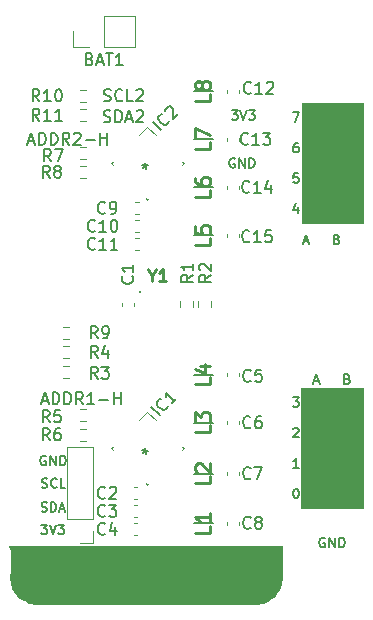
<source format=gbr>
%TF.GenerationSoftware,KiCad,Pcbnew,(6.0.2-0)*%
%TF.CreationDate,2022-06-23T22:24:51+02:00*%
%TF.ProjectId,CapSenseDuo,43617053-656e-4736-9544-756f2e6b6963,rev?*%
%TF.SameCoordinates,Original*%
%TF.FileFunction,Legend,Top*%
%TF.FilePolarity,Positive*%
%FSLAX46Y46*%
G04 Gerber Fmt 4.6, Leading zero omitted, Abs format (unit mm)*
G04 Created by KiCad (PCBNEW (6.0.2-0)) date 2022-06-23 22:24:51*
%MOMM*%
%LPD*%
G01*
G04 APERTURE LIST*
%ADD10C,0.120000*%
%ADD11C,2.365359*%
%ADD12C,0.100000*%
%ADD13C,0.150000*%
%ADD14C,0.250000*%
%ADD15C,0.254000*%
%ADD16C,0.200000*%
G04 APERTURE END LIST*
D10*
X124779000Y-142865000D02*
X130048000Y-142865000D01*
X130048000Y-142865000D02*
X130048000Y-132715000D01*
X130048000Y-132715000D02*
X124779000Y-132715000D01*
X124779000Y-132715000D02*
X124779000Y-142865000D01*
G36*
X124779000Y-142865000D02*
G01*
X130048000Y-142865000D01*
X130048000Y-132715000D01*
X124779000Y-132715000D01*
X124779000Y-142865000D01*
G37*
D11*
X103652320Y-148717000D02*
G75*
G03*
X103652320Y-148717000I-1182679J0D01*
G01*
D12*
X100076000Y-146050000D02*
X123190000Y-146050000D01*
X123190000Y-146050000D02*
X120904000Y-151003000D01*
X120904000Y-151003000D02*
X102489000Y-151003000D01*
X102489000Y-151003000D02*
X100076000Y-146050000D01*
G36*
X120904000Y-151003000D02*
G01*
X102489000Y-151003000D01*
X100076000Y-146050000D01*
X123190000Y-146050000D01*
X120904000Y-151003000D01*
G37*
X120904000Y-151003000D02*
X102489000Y-151003000D01*
X100076000Y-146050000D01*
X123190000Y-146050000D01*
X120904000Y-151003000D01*
D10*
X124841000Y-118745000D02*
X130048000Y-118745000D01*
X130048000Y-118745000D02*
X130048000Y-108585000D01*
X130048000Y-108585000D02*
X124841000Y-108585000D01*
X124841000Y-108585000D02*
X124841000Y-118745000D01*
G36*
X124841000Y-118745000D02*
G01*
X130048000Y-118745000D01*
X130048000Y-108585000D01*
X124841000Y-108585000D01*
X124841000Y-118745000D01*
G37*
X123190000Y-146050000D02*
X100164282Y-146050000D01*
X100164282Y-146050000D02*
X100164282Y-148717000D01*
X100164282Y-148717000D02*
X123190000Y-148717000D01*
X123190000Y-148717000D02*
X123190000Y-146050000D01*
G36*
X123190000Y-146050000D02*
G01*
X100164282Y-146050000D01*
X100164282Y-148717000D01*
X123190000Y-148717000D01*
X123190000Y-146050000D01*
G37*
D11*
X122067320Y-148717000D02*
G75*
G03*
X122067320Y-148717000I-1182679J0D01*
G01*
D13*
X102806619Y-141087809D02*
X102920904Y-141125904D01*
X103111380Y-141125904D01*
X103187571Y-141087809D01*
X103225666Y-141049714D01*
X103263761Y-140973523D01*
X103263761Y-140897333D01*
X103225666Y-140821142D01*
X103187571Y-140783047D01*
X103111380Y-140744952D01*
X102959000Y-140706857D01*
X102882809Y-140668761D01*
X102844714Y-140630666D01*
X102806619Y-140554476D01*
X102806619Y-140478285D01*
X102844714Y-140402095D01*
X102882809Y-140364000D01*
X102959000Y-140325904D01*
X103149476Y-140325904D01*
X103263761Y-140364000D01*
X104063761Y-141049714D02*
X104025666Y-141087809D01*
X103911380Y-141125904D01*
X103835190Y-141125904D01*
X103720904Y-141087809D01*
X103644714Y-141011619D01*
X103606619Y-140935428D01*
X103568523Y-140783047D01*
X103568523Y-140668761D01*
X103606619Y-140516380D01*
X103644714Y-140440190D01*
X103720904Y-140364000D01*
X103835190Y-140325904D01*
X103911380Y-140325904D01*
X104025666Y-140364000D01*
X104063761Y-140402095D01*
X104787571Y-141125904D02*
X104406619Y-141125904D01*
X104406619Y-140325904D01*
X102814857Y-133770666D02*
X103291047Y-133770666D01*
X102719619Y-134056380D02*
X103052952Y-133056380D01*
X103386285Y-134056380D01*
X103719619Y-134056380D02*
X103719619Y-133056380D01*
X103957714Y-133056380D01*
X104100571Y-133104000D01*
X104195809Y-133199238D01*
X104243428Y-133294476D01*
X104291047Y-133484952D01*
X104291047Y-133627809D01*
X104243428Y-133818285D01*
X104195809Y-133913523D01*
X104100571Y-134008761D01*
X103957714Y-134056380D01*
X103719619Y-134056380D01*
X104719619Y-134056380D02*
X104719619Y-133056380D01*
X104957714Y-133056380D01*
X105100571Y-133104000D01*
X105195809Y-133199238D01*
X105243428Y-133294476D01*
X105291047Y-133484952D01*
X105291047Y-133627809D01*
X105243428Y-133818285D01*
X105195809Y-133913523D01*
X105100571Y-134008761D01*
X104957714Y-134056380D01*
X104719619Y-134056380D01*
X106291047Y-134056380D02*
X105957714Y-133580190D01*
X105719619Y-134056380D02*
X105719619Y-133056380D01*
X106100571Y-133056380D01*
X106195809Y-133104000D01*
X106243428Y-133151619D01*
X106291047Y-133246857D01*
X106291047Y-133389714D01*
X106243428Y-133484952D01*
X106195809Y-133532571D01*
X106100571Y-133580190D01*
X105719619Y-133580190D01*
X107243428Y-134056380D02*
X106672000Y-134056380D01*
X106957714Y-134056380D02*
X106957714Y-133056380D01*
X106862476Y-133199238D01*
X106767238Y-133294476D01*
X106672000Y-133342095D01*
X107672000Y-133675428D02*
X108433904Y-133675428D01*
X108910095Y-134056380D02*
X108910095Y-133056380D01*
X108910095Y-133532571D02*
X109481523Y-133532571D01*
X109481523Y-134056380D02*
X109481523Y-133056380D01*
X108037523Y-110132761D02*
X108180380Y-110180380D01*
X108418476Y-110180380D01*
X108513714Y-110132761D01*
X108561333Y-110085142D01*
X108608952Y-109989904D01*
X108608952Y-109894666D01*
X108561333Y-109799428D01*
X108513714Y-109751809D01*
X108418476Y-109704190D01*
X108228000Y-109656571D01*
X108132761Y-109608952D01*
X108085142Y-109561333D01*
X108037523Y-109466095D01*
X108037523Y-109370857D01*
X108085142Y-109275619D01*
X108132761Y-109228000D01*
X108228000Y-109180380D01*
X108466095Y-109180380D01*
X108608952Y-109228000D01*
X109037523Y-110180380D02*
X109037523Y-109180380D01*
X109275619Y-109180380D01*
X109418476Y-109228000D01*
X109513714Y-109323238D01*
X109561333Y-109418476D01*
X109608952Y-109608952D01*
X109608952Y-109751809D01*
X109561333Y-109942285D01*
X109513714Y-110037523D01*
X109418476Y-110132761D01*
X109275619Y-110180380D01*
X109037523Y-110180380D01*
X109989904Y-109894666D02*
X110466095Y-109894666D01*
X109894666Y-110180380D02*
X110228000Y-109180380D01*
X110561333Y-110180380D01*
X110847047Y-109275619D02*
X110894666Y-109228000D01*
X110989904Y-109180380D01*
X111228000Y-109180380D01*
X111323238Y-109228000D01*
X111370857Y-109275619D01*
X111418476Y-109370857D01*
X111418476Y-109466095D01*
X111370857Y-109608952D01*
X110799428Y-110180380D01*
X111418476Y-110180380D01*
X108061333Y-108354761D02*
X108204190Y-108402380D01*
X108442285Y-108402380D01*
X108537523Y-108354761D01*
X108585142Y-108307142D01*
X108632761Y-108211904D01*
X108632761Y-108116666D01*
X108585142Y-108021428D01*
X108537523Y-107973809D01*
X108442285Y-107926190D01*
X108251809Y-107878571D01*
X108156571Y-107830952D01*
X108108952Y-107783333D01*
X108061333Y-107688095D01*
X108061333Y-107592857D01*
X108108952Y-107497619D01*
X108156571Y-107450000D01*
X108251809Y-107402380D01*
X108489904Y-107402380D01*
X108632761Y-107450000D01*
X109632761Y-108307142D02*
X109585142Y-108354761D01*
X109442285Y-108402380D01*
X109347047Y-108402380D01*
X109204190Y-108354761D01*
X109108952Y-108259523D01*
X109061333Y-108164285D01*
X109013714Y-107973809D01*
X109013714Y-107830952D01*
X109061333Y-107640476D01*
X109108952Y-107545238D01*
X109204190Y-107450000D01*
X109347047Y-107402380D01*
X109442285Y-107402380D01*
X109585142Y-107450000D01*
X109632761Y-107497619D01*
X110537523Y-108402380D02*
X110061333Y-108402380D01*
X110061333Y-107402380D01*
X110823238Y-107497619D02*
X110870857Y-107450000D01*
X110966095Y-107402380D01*
X111204190Y-107402380D01*
X111299428Y-107450000D01*
X111347047Y-107497619D01*
X111394666Y-107592857D01*
X111394666Y-107688095D01*
X111347047Y-107830952D01*
X110775619Y-108402380D01*
X111394666Y-108402380D01*
X124066333Y-109362904D02*
X124599666Y-109362904D01*
X124256809Y-110162904D01*
X124485380Y-111938904D02*
X124333000Y-111938904D01*
X124256809Y-111977000D01*
X124218714Y-112015095D01*
X124142523Y-112129380D01*
X124104428Y-112281761D01*
X124104428Y-112586523D01*
X124142523Y-112662714D01*
X124180619Y-112700809D01*
X124256809Y-112738904D01*
X124409190Y-112738904D01*
X124485380Y-112700809D01*
X124523476Y-112662714D01*
X124561571Y-112586523D01*
X124561571Y-112396047D01*
X124523476Y-112319857D01*
X124485380Y-112281761D01*
X124409190Y-112243666D01*
X124256809Y-112243666D01*
X124180619Y-112281761D01*
X124142523Y-112319857D01*
X124104428Y-112396047D01*
X124523476Y-114514904D02*
X124142523Y-114514904D01*
X124104428Y-114895857D01*
X124142523Y-114857761D01*
X124218714Y-114819666D01*
X124409190Y-114819666D01*
X124485380Y-114857761D01*
X124523476Y-114895857D01*
X124561571Y-114972047D01*
X124561571Y-115162523D01*
X124523476Y-115238714D01*
X124485380Y-115276809D01*
X124409190Y-115314904D01*
X124218714Y-115314904D01*
X124142523Y-115276809D01*
X124104428Y-115238714D01*
X124485380Y-117357571D02*
X124485380Y-117890904D01*
X124294904Y-117052809D02*
X124104428Y-117624238D01*
X124599666Y-117624238D01*
X125876238Y-132086333D02*
X126257190Y-132086333D01*
X125800047Y-132314904D02*
X126066714Y-131514904D01*
X126333380Y-132314904D01*
X128695285Y-131895857D02*
X128809571Y-131933952D01*
X128847666Y-131972047D01*
X128885761Y-132048238D01*
X128885761Y-132162523D01*
X128847666Y-132238714D01*
X128809571Y-132276809D01*
X128733380Y-132314904D01*
X128428619Y-132314904D01*
X128428619Y-131514904D01*
X128695285Y-131514904D01*
X128771476Y-131553000D01*
X128809571Y-131591095D01*
X128847666Y-131667285D01*
X128847666Y-131743476D01*
X128809571Y-131819666D01*
X128771476Y-131857761D01*
X128695285Y-131895857D01*
X128428619Y-131895857D01*
X124066333Y-133492904D02*
X124561571Y-133492904D01*
X124294904Y-133797666D01*
X124409190Y-133797666D01*
X124485380Y-133835761D01*
X124523476Y-133873857D01*
X124561571Y-133950047D01*
X124561571Y-134140523D01*
X124523476Y-134216714D01*
X124485380Y-134254809D01*
X124409190Y-134292904D01*
X124180619Y-134292904D01*
X124104428Y-134254809D01*
X124066333Y-134216714D01*
X124104428Y-136145095D02*
X124142523Y-136107000D01*
X124218714Y-136068904D01*
X124409190Y-136068904D01*
X124485380Y-136107000D01*
X124523476Y-136145095D01*
X124561571Y-136221285D01*
X124561571Y-136297476D01*
X124523476Y-136411761D01*
X124066333Y-136868904D01*
X124561571Y-136868904D01*
X124561571Y-139444904D02*
X124104428Y-139444904D01*
X124333000Y-139444904D02*
X124333000Y-138644904D01*
X124256809Y-138759190D01*
X124180619Y-138835380D01*
X124104428Y-138873476D01*
X124294904Y-141220904D02*
X124371095Y-141220904D01*
X124447285Y-141259000D01*
X124485380Y-141297095D01*
X124523476Y-141373285D01*
X124561571Y-141525666D01*
X124561571Y-141716142D01*
X124523476Y-141868523D01*
X124485380Y-141944714D01*
X124447285Y-141982809D01*
X124371095Y-142020904D01*
X124294904Y-142020904D01*
X124218714Y-141982809D01*
X124180619Y-141944714D01*
X124142523Y-141868523D01*
X124104428Y-141716142D01*
X124104428Y-141525666D01*
X124142523Y-141373285D01*
X124180619Y-141297095D01*
X124218714Y-141259000D01*
X124294904Y-141220904D01*
X119151476Y-113265000D02*
X119075285Y-113226904D01*
X118961000Y-113226904D01*
X118846714Y-113265000D01*
X118770523Y-113341190D01*
X118732428Y-113417380D01*
X118694333Y-113569761D01*
X118694333Y-113684047D01*
X118732428Y-113836428D01*
X118770523Y-113912619D01*
X118846714Y-113988809D01*
X118961000Y-114026904D01*
X119037190Y-114026904D01*
X119151476Y-113988809D01*
X119189571Y-113950714D01*
X119189571Y-113684047D01*
X119037190Y-113684047D01*
X119532428Y-114026904D02*
X119532428Y-113226904D01*
X119989571Y-114026904D01*
X119989571Y-113226904D01*
X120370523Y-114026904D02*
X120370523Y-113226904D01*
X120561000Y-113226904D01*
X120675285Y-113265000D01*
X120751476Y-113341190D01*
X120789571Y-113417380D01*
X120827666Y-113569761D01*
X120827666Y-113684047D01*
X120789571Y-113836428D01*
X120751476Y-113912619D01*
X120675285Y-113988809D01*
X120561000Y-114026904D01*
X120370523Y-114026904D01*
X101671857Y-111799666D02*
X102148047Y-111799666D01*
X101576619Y-112085380D02*
X101909952Y-111085380D01*
X102243285Y-112085380D01*
X102576619Y-112085380D02*
X102576619Y-111085380D01*
X102814714Y-111085380D01*
X102957571Y-111133000D01*
X103052809Y-111228238D01*
X103100428Y-111323476D01*
X103148047Y-111513952D01*
X103148047Y-111656809D01*
X103100428Y-111847285D01*
X103052809Y-111942523D01*
X102957571Y-112037761D01*
X102814714Y-112085380D01*
X102576619Y-112085380D01*
X103576619Y-112085380D02*
X103576619Y-111085380D01*
X103814714Y-111085380D01*
X103957571Y-111133000D01*
X104052809Y-111228238D01*
X104100428Y-111323476D01*
X104148047Y-111513952D01*
X104148047Y-111656809D01*
X104100428Y-111847285D01*
X104052809Y-111942523D01*
X103957571Y-112037761D01*
X103814714Y-112085380D01*
X103576619Y-112085380D01*
X105148047Y-112085380D02*
X104814714Y-111609190D01*
X104576619Y-112085380D02*
X104576619Y-111085380D01*
X104957571Y-111085380D01*
X105052809Y-111133000D01*
X105100428Y-111180619D01*
X105148047Y-111275857D01*
X105148047Y-111418714D01*
X105100428Y-111513952D01*
X105052809Y-111561571D01*
X104957571Y-111609190D01*
X104576619Y-111609190D01*
X105529000Y-111180619D02*
X105576619Y-111133000D01*
X105671857Y-111085380D01*
X105909952Y-111085380D01*
X106005190Y-111133000D01*
X106052809Y-111180619D01*
X106100428Y-111275857D01*
X106100428Y-111371095D01*
X106052809Y-111513952D01*
X105481380Y-112085380D01*
X106100428Y-112085380D01*
X106529000Y-111704428D02*
X107290904Y-111704428D01*
X107767095Y-112085380D02*
X107767095Y-111085380D01*
X107767095Y-111561571D02*
X108338523Y-111561571D01*
X108338523Y-112085380D02*
X108338523Y-111085380D01*
X103149476Y-138459000D02*
X103073285Y-138420904D01*
X102959000Y-138420904D01*
X102844714Y-138459000D01*
X102768523Y-138535190D01*
X102730428Y-138611380D01*
X102692333Y-138763761D01*
X102692333Y-138878047D01*
X102730428Y-139030428D01*
X102768523Y-139106619D01*
X102844714Y-139182809D01*
X102959000Y-139220904D01*
X103035190Y-139220904D01*
X103149476Y-139182809D01*
X103187571Y-139144714D01*
X103187571Y-138878047D01*
X103035190Y-138878047D01*
X103530428Y-139220904D02*
X103530428Y-138420904D01*
X103987571Y-139220904D01*
X103987571Y-138420904D01*
X104368523Y-139220904D02*
X104368523Y-138420904D01*
X104559000Y-138420904D01*
X104673285Y-138459000D01*
X104749476Y-138535190D01*
X104787571Y-138611380D01*
X104825666Y-138763761D01*
X104825666Y-138878047D01*
X104787571Y-139030428D01*
X104749476Y-139106619D01*
X104673285Y-139182809D01*
X104559000Y-139220904D01*
X104368523Y-139220904D01*
X118897523Y-109162904D02*
X119392761Y-109162904D01*
X119126095Y-109467666D01*
X119240380Y-109467666D01*
X119316571Y-109505761D01*
X119354666Y-109543857D01*
X119392761Y-109620047D01*
X119392761Y-109810523D01*
X119354666Y-109886714D01*
X119316571Y-109924809D01*
X119240380Y-109962904D01*
X119011809Y-109962904D01*
X118935619Y-109924809D01*
X118897523Y-109886714D01*
X119621333Y-109162904D02*
X119888000Y-109962904D01*
X120154666Y-109162904D01*
X120345142Y-109162904D02*
X120840380Y-109162904D01*
X120573714Y-109467666D01*
X120688000Y-109467666D01*
X120764190Y-109505761D01*
X120802285Y-109543857D01*
X120840380Y-109620047D01*
X120840380Y-109810523D01*
X120802285Y-109886714D01*
X120764190Y-109924809D01*
X120688000Y-109962904D01*
X120459428Y-109962904D01*
X120383238Y-109924809D01*
X120345142Y-109886714D01*
X102768523Y-144262904D02*
X103263761Y-144262904D01*
X102997095Y-144567666D01*
X103111380Y-144567666D01*
X103187571Y-144605761D01*
X103225666Y-144643857D01*
X103263761Y-144720047D01*
X103263761Y-144910523D01*
X103225666Y-144986714D01*
X103187571Y-145024809D01*
X103111380Y-145062904D01*
X102882809Y-145062904D01*
X102806619Y-145024809D01*
X102768523Y-144986714D01*
X103492333Y-144262904D02*
X103759000Y-145062904D01*
X104025666Y-144262904D01*
X104216142Y-144262904D02*
X104711380Y-144262904D01*
X104444714Y-144567666D01*
X104559000Y-144567666D01*
X104635190Y-144605761D01*
X104673285Y-144643857D01*
X104711380Y-144720047D01*
X104711380Y-144910523D01*
X104673285Y-144986714D01*
X104635190Y-145024809D01*
X104559000Y-145062904D01*
X104330428Y-145062904D01*
X104254238Y-145024809D01*
X104216142Y-144986714D01*
X102787571Y-143119809D02*
X102901857Y-143157904D01*
X103092333Y-143157904D01*
X103168523Y-143119809D01*
X103206619Y-143081714D01*
X103244714Y-143005523D01*
X103244714Y-142929333D01*
X103206619Y-142853142D01*
X103168523Y-142815047D01*
X103092333Y-142776952D01*
X102939952Y-142738857D01*
X102863761Y-142700761D01*
X102825666Y-142662666D01*
X102787571Y-142586476D01*
X102787571Y-142510285D01*
X102825666Y-142434095D01*
X102863761Y-142396000D01*
X102939952Y-142357904D01*
X103130428Y-142357904D01*
X103244714Y-142396000D01*
X103587571Y-143157904D02*
X103587571Y-142357904D01*
X103778047Y-142357904D01*
X103892333Y-142396000D01*
X103968523Y-142472190D01*
X104006619Y-142548380D01*
X104044714Y-142700761D01*
X104044714Y-142815047D01*
X104006619Y-142967428D01*
X103968523Y-143043619D01*
X103892333Y-143119809D01*
X103778047Y-143157904D01*
X103587571Y-143157904D01*
X104349476Y-142929333D02*
X104730428Y-142929333D01*
X104273285Y-143157904D02*
X104539952Y-142357904D01*
X104806619Y-143157904D01*
X124987238Y-120275333D02*
X125368190Y-120275333D01*
X124911047Y-120503904D02*
X125177714Y-119703904D01*
X125444380Y-120503904D01*
X127806285Y-120084857D02*
X127920571Y-120122952D01*
X127958666Y-120161047D01*
X127996761Y-120237238D01*
X127996761Y-120351523D01*
X127958666Y-120427714D01*
X127920571Y-120465809D01*
X127844380Y-120503904D01*
X127539619Y-120503904D01*
X127539619Y-119703904D01*
X127806285Y-119703904D01*
X127882476Y-119742000D01*
X127920571Y-119780095D01*
X127958666Y-119856285D01*
X127958666Y-119932476D01*
X127920571Y-120008666D01*
X127882476Y-120046761D01*
X127806285Y-120084857D01*
X127539619Y-120084857D01*
X126771476Y-145396000D02*
X126695285Y-145357904D01*
X126581000Y-145357904D01*
X126466714Y-145396000D01*
X126390523Y-145472190D01*
X126352428Y-145548380D01*
X126314333Y-145700761D01*
X126314333Y-145815047D01*
X126352428Y-145967428D01*
X126390523Y-146043619D01*
X126466714Y-146119809D01*
X126581000Y-146157904D01*
X126657190Y-146157904D01*
X126771476Y-146119809D01*
X126809571Y-146081714D01*
X126809571Y-145815047D01*
X126657190Y-145815047D01*
X127152428Y-146157904D02*
X127152428Y-145357904D01*
X127609571Y-146157904D01*
X127609571Y-145357904D01*
X127990523Y-146157904D02*
X127990523Y-145357904D01*
X128181000Y-145357904D01*
X128295285Y-145396000D01*
X128371476Y-145472190D01*
X128409571Y-145548380D01*
X128447666Y-145700761D01*
X128447666Y-145815047D01*
X128409571Y-145967428D01*
X128371476Y-146043619D01*
X128295285Y-146119809D01*
X128181000Y-146157904D01*
X127990523Y-146157904D01*
D14*
%TO.C,Y1*%
X112131309Y-123166190D02*
X112131309Y-123642380D01*
X111797976Y-122642380D02*
X112131309Y-123166190D01*
X112464642Y-122642380D01*
X113321785Y-123642380D02*
X112750357Y-123642380D01*
X113036071Y-123642380D02*
X113036071Y-122642380D01*
X112940833Y-122785238D01*
X112845595Y-122880476D01*
X112750357Y-122928095D01*
D13*
%TO.C,R5*%
X103465333Y-135580380D02*
X103132000Y-135104190D01*
X102893904Y-135580380D02*
X102893904Y-134580380D01*
X103274857Y-134580380D01*
X103370095Y-134628000D01*
X103417714Y-134675619D01*
X103465333Y-134770857D01*
X103465333Y-134913714D01*
X103417714Y-135008952D01*
X103370095Y-135056571D01*
X103274857Y-135104190D01*
X102893904Y-135104190D01*
X104370095Y-134580380D02*
X103893904Y-134580380D01*
X103846285Y-135056571D01*
X103893904Y-135008952D01*
X103989142Y-134961333D01*
X104227238Y-134961333D01*
X104322476Y-135008952D01*
X104370095Y-135056571D01*
X104417714Y-135151809D01*
X104417714Y-135389904D01*
X104370095Y-135485142D01*
X104322476Y-135532761D01*
X104227238Y-135580380D01*
X103989142Y-135580380D01*
X103893904Y-135532761D01*
X103846285Y-135485142D01*
%TO.C,R4*%
X107529333Y-130119380D02*
X107196000Y-129643190D01*
X106957904Y-130119380D02*
X106957904Y-129119380D01*
X107338857Y-129119380D01*
X107434095Y-129167000D01*
X107481714Y-129214619D01*
X107529333Y-129309857D01*
X107529333Y-129452714D01*
X107481714Y-129547952D01*
X107434095Y-129595571D01*
X107338857Y-129643190D01*
X106957904Y-129643190D01*
X108386476Y-129452714D02*
X108386476Y-130119380D01*
X108148380Y-129071761D02*
X107910285Y-129786047D01*
X108529333Y-129786047D01*
%TO.C,R3*%
X107529333Y-131897380D02*
X107196000Y-131421190D01*
X106957904Y-131897380D02*
X106957904Y-130897380D01*
X107338857Y-130897380D01*
X107434095Y-130945000D01*
X107481714Y-130992619D01*
X107529333Y-131087857D01*
X107529333Y-131230714D01*
X107481714Y-131325952D01*
X107434095Y-131373571D01*
X107338857Y-131421190D01*
X106957904Y-131421190D01*
X107862666Y-130897380D02*
X108481714Y-130897380D01*
X108148380Y-131278333D01*
X108291238Y-131278333D01*
X108386476Y-131325952D01*
X108434095Y-131373571D01*
X108481714Y-131468809D01*
X108481714Y-131706904D01*
X108434095Y-131802142D01*
X108386476Y-131849761D01*
X108291238Y-131897380D01*
X108005523Y-131897380D01*
X107910285Y-131849761D01*
X107862666Y-131802142D01*
D15*
%TO.C,L1*%
X117074523Y-144356666D02*
X117074523Y-144961428D01*
X115804523Y-144961428D01*
X117074523Y-143268095D02*
X117074523Y-143993809D01*
X117074523Y-143630952D02*
X115804523Y-143630952D01*
X115985952Y-143751904D01*
X116106904Y-143872857D01*
X116167380Y-143993809D01*
%TO.C,L2*%
X117074523Y-140165666D02*
X117074523Y-140770428D01*
X115804523Y-140770428D01*
X115925476Y-139802809D02*
X115865000Y-139742333D01*
X115804523Y-139621380D01*
X115804523Y-139319000D01*
X115865000Y-139198047D01*
X115925476Y-139137571D01*
X116046428Y-139077095D01*
X116167380Y-139077095D01*
X116348809Y-139137571D01*
X117074523Y-139863285D01*
X117074523Y-139077095D01*
%TO.C,L3*%
X117074523Y-135834666D02*
X117074523Y-136439428D01*
X115804523Y-136439428D01*
X115804523Y-135532285D02*
X115804523Y-134746095D01*
X116288333Y-135169428D01*
X116288333Y-134988000D01*
X116348809Y-134867047D01*
X116409285Y-134806571D01*
X116530238Y-134746095D01*
X116832619Y-134746095D01*
X116953571Y-134806571D01*
X117014047Y-134867047D01*
X117074523Y-134988000D01*
X117074523Y-135350857D01*
X117014047Y-135471809D01*
X116953571Y-135532285D01*
%TO.C,L4*%
X117074523Y-131770666D02*
X117074523Y-132375428D01*
X115804523Y-132375428D01*
X116227857Y-130803047D02*
X117074523Y-130803047D01*
X115744047Y-131105428D02*
X116651190Y-131407809D01*
X116651190Y-130621619D01*
D13*
%TO.C,IC1*%
X112786610Y-134995152D02*
X112079503Y-134288045D01*
X113460045Y-134187030D02*
X113460045Y-134254374D01*
X113392702Y-134389061D01*
X113325358Y-134456404D01*
X113190671Y-134523748D01*
X113055984Y-134523748D01*
X112954969Y-134490076D01*
X112786610Y-134389061D01*
X112685595Y-134288045D01*
X112584580Y-134119687D01*
X112550908Y-134018671D01*
X112550908Y-133883984D01*
X112618251Y-133749297D01*
X112685595Y-133681954D01*
X112820282Y-133614610D01*
X112887625Y-133614610D01*
X114200824Y-133580938D02*
X113796763Y-133985000D01*
X113998793Y-133782969D02*
X113291687Y-133075862D01*
X113325358Y-133244221D01*
X113325358Y-133378908D01*
X113291687Y-133479923D01*
X111372774Y-138187391D02*
X111541133Y-138019032D01*
X111642148Y-138254734D02*
X111541133Y-138019032D01*
X111305431Y-137918017D01*
X111776835Y-137985360D02*
X111541133Y-138019032D01*
X111574805Y-137783330D01*
%TO.C,C8*%
X120484333Y-144502142D02*
X120436714Y-144549761D01*
X120293857Y-144597380D01*
X120198619Y-144597380D01*
X120055761Y-144549761D01*
X119960523Y-144454523D01*
X119912904Y-144359285D01*
X119865285Y-144168809D01*
X119865285Y-144025952D01*
X119912904Y-143835476D01*
X119960523Y-143740238D01*
X120055761Y-143645000D01*
X120198619Y-143597380D01*
X120293857Y-143597380D01*
X120436714Y-143645000D01*
X120484333Y-143692619D01*
X121055761Y-144025952D02*
X120960523Y-143978333D01*
X120912904Y-143930714D01*
X120865285Y-143835476D01*
X120865285Y-143787857D01*
X120912904Y-143692619D01*
X120960523Y-143645000D01*
X121055761Y-143597380D01*
X121246238Y-143597380D01*
X121341476Y-143645000D01*
X121389095Y-143692619D01*
X121436714Y-143787857D01*
X121436714Y-143835476D01*
X121389095Y-143930714D01*
X121341476Y-143978333D01*
X121246238Y-144025952D01*
X121055761Y-144025952D01*
X120960523Y-144073571D01*
X120912904Y-144121190D01*
X120865285Y-144216428D01*
X120865285Y-144406904D01*
X120912904Y-144502142D01*
X120960523Y-144549761D01*
X121055761Y-144597380D01*
X121246238Y-144597380D01*
X121341476Y-144549761D01*
X121389095Y-144502142D01*
X121436714Y-144406904D01*
X121436714Y-144216428D01*
X121389095Y-144121190D01*
X121341476Y-144073571D01*
X121246238Y-144025952D01*
%TO.C,C7*%
X120484333Y-140311142D02*
X120436714Y-140358761D01*
X120293857Y-140406380D01*
X120198619Y-140406380D01*
X120055761Y-140358761D01*
X119960523Y-140263523D01*
X119912904Y-140168285D01*
X119865285Y-139977809D01*
X119865285Y-139834952D01*
X119912904Y-139644476D01*
X119960523Y-139549238D01*
X120055761Y-139454000D01*
X120198619Y-139406380D01*
X120293857Y-139406380D01*
X120436714Y-139454000D01*
X120484333Y-139501619D01*
X120817666Y-139406380D02*
X121484333Y-139406380D01*
X121055761Y-140406380D01*
%TO.C,C6*%
X120480615Y-135993142D02*
X120432996Y-136040761D01*
X120290139Y-136088380D01*
X120194901Y-136088380D01*
X120052043Y-136040761D01*
X119956805Y-135945523D01*
X119909186Y-135850285D01*
X119861567Y-135659809D01*
X119861567Y-135516952D01*
X119909186Y-135326476D01*
X119956805Y-135231238D01*
X120052043Y-135136000D01*
X120194901Y-135088380D01*
X120290139Y-135088380D01*
X120432996Y-135136000D01*
X120480615Y-135183619D01*
X121337758Y-135088380D02*
X121147282Y-135088380D01*
X121052043Y-135136000D01*
X121004424Y-135183619D01*
X120909186Y-135326476D01*
X120861567Y-135516952D01*
X120861567Y-135897904D01*
X120909186Y-135993142D01*
X120956805Y-136040761D01*
X121052043Y-136088380D01*
X121242520Y-136088380D01*
X121337758Y-136040761D01*
X121385377Y-135993142D01*
X121432996Y-135897904D01*
X121432996Y-135659809D01*
X121385377Y-135564571D01*
X121337758Y-135516952D01*
X121242520Y-135469333D01*
X121052043Y-135469333D01*
X120956805Y-135516952D01*
X120909186Y-135564571D01*
X120861567Y-135659809D01*
%TO.C,C5*%
X120484333Y-132056142D02*
X120436714Y-132103761D01*
X120293857Y-132151380D01*
X120198619Y-132151380D01*
X120055761Y-132103761D01*
X119960523Y-132008523D01*
X119912904Y-131913285D01*
X119865285Y-131722809D01*
X119865285Y-131579952D01*
X119912904Y-131389476D01*
X119960523Y-131294238D01*
X120055761Y-131199000D01*
X120198619Y-131151380D01*
X120293857Y-131151380D01*
X120436714Y-131199000D01*
X120484333Y-131246619D01*
X121389095Y-131151380D02*
X120912904Y-131151380D01*
X120865285Y-131627571D01*
X120912904Y-131579952D01*
X121008142Y-131532333D01*
X121246238Y-131532333D01*
X121341476Y-131579952D01*
X121389095Y-131627571D01*
X121436714Y-131722809D01*
X121436714Y-131960904D01*
X121389095Y-132056142D01*
X121341476Y-132103761D01*
X121246238Y-132151380D01*
X121008142Y-132151380D01*
X120912904Y-132103761D01*
X120865285Y-132056142D01*
%TO.C,C4*%
X108164333Y-145010142D02*
X108116714Y-145057761D01*
X107973857Y-145105380D01*
X107878619Y-145105380D01*
X107735761Y-145057761D01*
X107640523Y-144962523D01*
X107592904Y-144867285D01*
X107545285Y-144676809D01*
X107545285Y-144533952D01*
X107592904Y-144343476D01*
X107640523Y-144248238D01*
X107735761Y-144153000D01*
X107878619Y-144105380D01*
X107973857Y-144105380D01*
X108116714Y-144153000D01*
X108164333Y-144200619D01*
X109021476Y-144438714D02*
X109021476Y-145105380D01*
X108783380Y-144057761D02*
X108545285Y-144772047D01*
X109164333Y-144772047D01*
%TO.C,C3*%
X108164333Y-143486142D02*
X108116714Y-143533761D01*
X107973857Y-143581380D01*
X107878619Y-143581380D01*
X107735761Y-143533761D01*
X107640523Y-143438523D01*
X107592904Y-143343285D01*
X107545285Y-143152809D01*
X107545285Y-143009952D01*
X107592904Y-142819476D01*
X107640523Y-142724238D01*
X107735761Y-142629000D01*
X107878619Y-142581380D01*
X107973857Y-142581380D01*
X108116714Y-142629000D01*
X108164333Y-142676619D01*
X108497666Y-142581380D02*
X109116714Y-142581380D01*
X108783380Y-142962333D01*
X108926238Y-142962333D01*
X109021476Y-143009952D01*
X109069095Y-143057571D01*
X109116714Y-143152809D01*
X109116714Y-143390904D01*
X109069095Y-143486142D01*
X109021476Y-143533761D01*
X108926238Y-143581380D01*
X108640523Y-143581380D01*
X108545285Y-143533761D01*
X108497666Y-143486142D01*
%TO.C,C2*%
X108164333Y-141962142D02*
X108116714Y-142009761D01*
X107973857Y-142057380D01*
X107878619Y-142057380D01*
X107735761Y-142009761D01*
X107640523Y-141914523D01*
X107592904Y-141819285D01*
X107545285Y-141628809D01*
X107545285Y-141485952D01*
X107592904Y-141295476D01*
X107640523Y-141200238D01*
X107735761Y-141105000D01*
X107878619Y-141057380D01*
X107973857Y-141057380D01*
X108116714Y-141105000D01*
X108164333Y-141152619D01*
X108545285Y-141152619D02*
X108592904Y-141105000D01*
X108688142Y-141057380D01*
X108926238Y-141057380D01*
X109021476Y-141105000D01*
X109069095Y-141152619D01*
X109116714Y-141247857D01*
X109116714Y-141343095D01*
X109069095Y-141485952D01*
X108497666Y-142057380D01*
X109116714Y-142057380D01*
%TO.C,C1*%
X110466142Y-123229666D02*
X110513761Y-123277285D01*
X110561380Y-123420142D01*
X110561380Y-123515380D01*
X110513761Y-123658238D01*
X110418523Y-123753476D01*
X110323285Y-123801095D01*
X110132809Y-123848714D01*
X109989952Y-123848714D01*
X109799476Y-123801095D01*
X109704238Y-123753476D01*
X109609000Y-123658238D01*
X109561380Y-123515380D01*
X109561380Y-123420142D01*
X109609000Y-123277285D01*
X109656619Y-123229666D01*
X110561380Y-122277285D02*
X110561380Y-122848714D01*
X110561380Y-122563000D02*
X109561380Y-122563000D01*
X109704238Y-122658238D01*
X109799476Y-122753476D01*
X109847095Y-122848714D01*
%TO.C,R6*%
X103465333Y-137104380D02*
X103132000Y-136628190D01*
X102893904Y-137104380D02*
X102893904Y-136104380D01*
X103274857Y-136104380D01*
X103370095Y-136152000D01*
X103417714Y-136199619D01*
X103465333Y-136294857D01*
X103465333Y-136437714D01*
X103417714Y-136532952D01*
X103370095Y-136580571D01*
X103274857Y-136628190D01*
X102893904Y-136628190D01*
X104322476Y-136104380D02*
X104132000Y-136104380D01*
X104036761Y-136152000D01*
X103989142Y-136199619D01*
X103893904Y-136342476D01*
X103846285Y-136532952D01*
X103846285Y-136913904D01*
X103893904Y-137009142D01*
X103941523Y-137056761D01*
X104036761Y-137104380D01*
X104227238Y-137104380D01*
X104322476Y-137056761D01*
X104370095Y-137009142D01*
X104417714Y-136913904D01*
X104417714Y-136675809D01*
X104370095Y-136580571D01*
X104322476Y-136532952D01*
X104227238Y-136485333D01*
X104036761Y-136485333D01*
X103941523Y-136532952D01*
X103893904Y-136580571D01*
X103846285Y-136675809D01*
%TO.C,R7*%
X103592333Y-113482380D02*
X103259000Y-113006190D01*
X103020904Y-113482380D02*
X103020904Y-112482380D01*
X103401857Y-112482380D01*
X103497095Y-112530000D01*
X103544714Y-112577619D01*
X103592333Y-112672857D01*
X103592333Y-112815714D01*
X103544714Y-112910952D01*
X103497095Y-112958571D01*
X103401857Y-113006190D01*
X103020904Y-113006190D01*
X103925666Y-112482380D02*
X104592333Y-112482380D01*
X104163761Y-113482380D01*
%TO.C,R8*%
X103488833Y-114879380D02*
X103155500Y-114403190D01*
X102917404Y-114879380D02*
X102917404Y-113879380D01*
X103298357Y-113879380D01*
X103393595Y-113927000D01*
X103441214Y-113974619D01*
X103488833Y-114069857D01*
X103488833Y-114212714D01*
X103441214Y-114307952D01*
X103393595Y-114355571D01*
X103298357Y-114403190D01*
X102917404Y-114403190D01*
X104060261Y-114307952D02*
X103965023Y-114260333D01*
X103917404Y-114212714D01*
X103869785Y-114117476D01*
X103869785Y-114069857D01*
X103917404Y-113974619D01*
X103965023Y-113927000D01*
X104060261Y-113879380D01*
X104250738Y-113879380D01*
X104345976Y-113927000D01*
X104393595Y-113974619D01*
X104441214Y-114069857D01*
X104441214Y-114117476D01*
X104393595Y-114212714D01*
X104345976Y-114260333D01*
X104250738Y-114307952D01*
X104060261Y-114307952D01*
X103965023Y-114355571D01*
X103917404Y-114403190D01*
X103869785Y-114498428D01*
X103869785Y-114688904D01*
X103917404Y-114784142D01*
X103965023Y-114831761D01*
X104060261Y-114879380D01*
X104250738Y-114879380D01*
X104345976Y-114831761D01*
X104393595Y-114784142D01*
X104441214Y-114688904D01*
X104441214Y-114498428D01*
X104393595Y-114403190D01*
X104345976Y-114355571D01*
X104250738Y-114307952D01*
%TO.C,C10*%
X107307142Y-119356142D02*
X107259523Y-119403761D01*
X107116666Y-119451380D01*
X107021428Y-119451380D01*
X106878571Y-119403761D01*
X106783333Y-119308523D01*
X106735714Y-119213285D01*
X106688095Y-119022809D01*
X106688095Y-118879952D01*
X106735714Y-118689476D01*
X106783333Y-118594238D01*
X106878571Y-118499000D01*
X107021428Y-118451380D01*
X107116666Y-118451380D01*
X107259523Y-118499000D01*
X107307142Y-118546619D01*
X108259523Y-119451380D02*
X107688095Y-119451380D01*
X107973809Y-119451380D02*
X107973809Y-118451380D01*
X107878571Y-118594238D01*
X107783333Y-118689476D01*
X107688095Y-118737095D01*
X108878571Y-118451380D02*
X108973809Y-118451380D01*
X109069047Y-118499000D01*
X109116666Y-118546619D01*
X109164285Y-118641857D01*
X109211904Y-118832333D01*
X109211904Y-119070428D01*
X109164285Y-119260904D01*
X109116666Y-119356142D01*
X109069047Y-119403761D01*
X108973809Y-119451380D01*
X108878571Y-119451380D01*
X108783333Y-119403761D01*
X108735714Y-119356142D01*
X108688095Y-119260904D01*
X108640476Y-119070428D01*
X108640476Y-118832333D01*
X108688095Y-118641857D01*
X108735714Y-118546619D01*
X108783333Y-118499000D01*
X108878571Y-118451380D01*
%TO.C,R9*%
X107529333Y-128468380D02*
X107196000Y-127992190D01*
X106957904Y-128468380D02*
X106957904Y-127468380D01*
X107338857Y-127468380D01*
X107434095Y-127516000D01*
X107481714Y-127563619D01*
X107529333Y-127658857D01*
X107529333Y-127801714D01*
X107481714Y-127896952D01*
X107434095Y-127944571D01*
X107338857Y-127992190D01*
X106957904Y-127992190D01*
X108005523Y-128468380D02*
X108196000Y-128468380D01*
X108291238Y-128420761D01*
X108338857Y-128373142D01*
X108434095Y-128230285D01*
X108481714Y-128039809D01*
X108481714Y-127658857D01*
X108434095Y-127563619D01*
X108386476Y-127516000D01*
X108291238Y-127468380D01*
X108100761Y-127468380D01*
X108005523Y-127516000D01*
X107957904Y-127563619D01*
X107910285Y-127658857D01*
X107910285Y-127896952D01*
X107957904Y-127992190D01*
X108005523Y-128039809D01*
X108100761Y-128087428D01*
X108291238Y-128087428D01*
X108386476Y-128039809D01*
X108434095Y-127992190D01*
X108481714Y-127896952D01*
%TO.C,R10*%
X102608142Y-108402380D02*
X102274809Y-107926190D01*
X102036714Y-108402380D02*
X102036714Y-107402380D01*
X102417666Y-107402380D01*
X102512904Y-107450000D01*
X102560523Y-107497619D01*
X102608142Y-107592857D01*
X102608142Y-107735714D01*
X102560523Y-107830952D01*
X102512904Y-107878571D01*
X102417666Y-107926190D01*
X102036714Y-107926190D01*
X103560523Y-108402380D02*
X102989095Y-108402380D01*
X103274809Y-108402380D02*
X103274809Y-107402380D01*
X103179571Y-107545238D01*
X103084333Y-107640476D01*
X102989095Y-107688095D01*
X104179571Y-107402380D02*
X104274809Y-107402380D01*
X104370047Y-107450000D01*
X104417666Y-107497619D01*
X104465285Y-107592857D01*
X104512904Y-107783333D01*
X104512904Y-108021428D01*
X104465285Y-108211904D01*
X104417666Y-108307142D01*
X104370047Y-108354761D01*
X104274809Y-108402380D01*
X104179571Y-108402380D01*
X104084333Y-108354761D01*
X104036714Y-108307142D01*
X103989095Y-108211904D01*
X103941476Y-108021428D01*
X103941476Y-107783333D01*
X103989095Y-107592857D01*
X104036714Y-107497619D01*
X104084333Y-107450000D01*
X104179571Y-107402380D01*
%TO.C,C11*%
X107307142Y-120880142D02*
X107259523Y-120927761D01*
X107116666Y-120975380D01*
X107021428Y-120975380D01*
X106878571Y-120927761D01*
X106783333Y-120832523D01*
X106735714Y-120737285D01*
X106688095Y-120546809D01*
X106688095Y-120403952D01*
X106735714Y-120213476D01*
X106783333Y-120118238D01*
X106878571Y-120023000D01*
X107021428Y-119975380D01*
X107116666Y-119975380D01*
X107259523Y-120023000D01*
X107307142Y-120070619D01*
X108259523Y-120975380D02*
X107688095Y-120975380D01*
X107973809Y-120975380D02*
X107973809Y-119975380D01*
X107878571Y-120118238D01*
X107783333Y-120213476D01*
X107688095Y-120261095D01*
X109211904Y-120975380D02*
X108640476Y-120975380D01*
X108926190Y-120975380D02*
X108926190Y-119975380D01*
X108830952Y-120118238D01*
X108735714Y-120213476D01*
X108640476Y-120261095D01*
%TO.C,C13*%
X120261142Y-111990142D02*
X120213523Y-112037761D01*
X120070666Y-112085380D01*
X119975428Y-112085380D01*
X119832571Y-112037761D01*
X119737333Y-111942523D01*
X119689714Y-111847285D01*
X119642095Y-111656809D01*
X119642095Y-111513952D01*
X119689714Y-111323476D01*
X119737333Y-111228238D01*
X119832571Y-111133000D01*
X119975428Y-111085380D01*
X120070666Y-111085380D01*
X120213523Y-111133000D01*
X120261142Y-111180619D01*
X121213523Y-112085380D02*
X120642095Y-112085380D01*
X120927809Y-112085380D02*
X120927809Y-111085380D01*
X120832571Y-111228238D01*
X120737333Y-111323476D01*
X120642095Y-111371095D01*
X121546857Y-111085380D02*
X122165904Y-111085380D01*
X121832571Y-111466333D01*
X121975428Y-111466333D01*
X122070666Y-111513952D01*
X122118285Y-111561571D01*
X122165904Y-111656809D01*
X122165904Y-111894904D01*
X122118285Y-111990142D01*
X122070666Y-112037761D01*
X121975428Y-112085380D01*
X121689714Y-112085380D01*
X121594476Y-112037761D01*
X121546857Y-111990142D01*
%TO.C,R2*%
X117123880Y-123102666D02*
X116647690Y-123436000D01*
X117123880Y-123674095D02*
X116123880Y-123674095D01*
X116123880Y-123293142D01*
X116171500Y-123197904D01*
X116219119Y-123150285D01*
X116314357Y-123102666D01*
X116457214Y-123102666D01*
X116552452Y-123150285D01*
X116600071Y-123197904D01*
X116647690Y-123293142D01*
X116647690Y-123674095D01*
X116219119Y-122721714D02*
X116171500Y-122674095D01*
X116123880Y-122578857D01*
X116123880Y-122340761D01*
X116171500Y-122245523D01*
X116219119Y-122197904D01*
X116314357Y-122150285D01*
X116409595Y-122150285D01*
X116552452Y-122197904D01*
X117123880Y-122769333D01*
X117123880Y-122150285D01*
D15*
%TO.C,L5*%
X117074523Y-119972666D02*
X117074523Y-120577428D01*
X115804523Y-120577428D01*
X115804523Y-118944571D02*
X115804523Y-119549333D01*
X116409285Y-119609809D01*
X116348809Y-119549333D01*
X116288333Y-119428380D01*
X116288333Y-119126000D01*
X116348809Y-119005047D01*
X116409285Y-118944571D01*
X116530238Y-118884095D01*
X116832619Y-118884095D01*
X116953571Y-118944571D01*
X117014047Y-119005047D01*
X117074523Y-119126000D01*
X117074523Y-119428380D01*
X117014047Y-119549333D01*
X116953571Y-119609809D01*
D13*
%TO.C,C15*%
X120388142Y-120245142D02*
X120340523Y-120292761D01*
X120197666Y-120340380D01*
X120102428Y-120340380D01*
X119959571Y-120292761D01*
X119864333Y-120197523D01*
X119816714Y-120102285D01*
X119769095Y-119911809D01*
X119769095Y-119768952D01*
X119816714Y-119578476D01*
X119864333Y-119483238D01*
X119959571Y-119388000D01*
X120102428Y-119340380D01*
X120197666Y-119340380D01*
X120340523Y-119388000D01*
X120388142Y-119435619D01*
X121340523Y-120340380D02*
X120769095Y-120340380D01*
X121054809Y-120340380D02*
X121054809Y-119340380D01*
X120959571Y-119483238D01*
X120864333Y-119578476D01*
X120769095Y-119626095D01*
X122245285Y-119340380D02*
X121769095Y-119340380D01*
X121721476Y-119816571D01*
X121769095Y-119768952D01*
X121864333Y-119721333D01*
X122102428Y-119721333D01*
X122197666Y-119768952D01*
X122245285Y-119816571D01*
X122292904Y-119911809D01*
X122292904Y-120149904D01*
X122245285Y-120245142D01*
X122197666Y-120292761D01*
X122102428Y-120340380D01*
X121864333Y-120340380D01*
X121769095Y-120292761D01*
X121721476Y-120245142D01*
%TO.C,BAT1*%
X106862714Y-104830571D02*
X107005571Y-104878190D01*
X107053190Y-104925809D01*
X107100809Y-105021047D01*
X107100809Y-105163904D01*
X107053190Y-105259142D01*
X107005571Y-105306761D01*
X106910333Y-105354380D01*
X106529380Y-105354380D01*
X106529380Y-104354380D01*
X106862714Y-104354380D01*
X106957952Y-104402000D01*
X107005571Y-104449619D01*
X107053190Y-104544857D01*
X107053190Y-104640095D01*
X107005571Y-104735333D01*
X106957952Y-104782952D01*
X106862714Y-104830571D01*
X106529380Y-104830571D01*
X107481761Y-105068666D02*
X107957952Y-105068666D01*
X107386523Y-105354380D02*
X107719857Y-104354380D01*
X108053190Y-105354380D01*
X108243666Y-104354380D02*
X108815095Y-104354380D01*
X108529380Y-105354380D02*
X108529380Y-104354380D01*
X109672238Y-105354380D02*
X109100809Y-105354380D01*
X109386523Y-105354380D02*
X109386523Y-104354380D01*
X109291285Y-104497238D01*
X109196047Y-104592476D01*
X109100809Y-104640095D01*
D15*
%TO.C,L8*%
X117074523Y-107780666D02*
X117074523Y-108385428D01*
X115804523Y-108385428D01*
X116348809Y-107175904D02*
X116288333Y-107296857D01*
X116227857Y-107357333D01*
X116106904Y-107417809D01*
X116046428Y-107417809D01*
X115925476Y-107357333D01*
X115865000Y-107296857D01*
X115804523Y-107175904D01*
X115804523Y-106934000D01*
X115865000Y-106813047D01*
X115925476Y-106752571D01*
X116046428Y-106692095D01*
X116106904Y-106692095D01*
X116227857Y-106752571D01*
X116288333Y-106813047D01*
X116348809Y-106934000D01*
X116348809Y-107175904D01*
X116409285Y-107296857D01*
X116469761Y-107357333D01*
X116590714Y-107417809D01*
X116832619Y-107417809D01*
X116953571Y-107357333D01*
X117014047Y-107296857D01*
X117074523Y-107175904D01*
X117074523Y-106934000D01*
X117014047Y-106813047D01*
X116953571Y-106752571D01*
X116832619Y-106692095D01*
X116590714Y-106692095D01*
X116469761Y-106752571D01*
X116409285Y-106813047D01*
X116348809Y-106934000D01*
D13*
%TO.C,C9*%
X108164333Y-117832142D02*
X108116714Y-117879761D01*
X107973857Y-117927380D01*
X107878619Y-117927380D01*
X107735761Y-117879761D01*
X107640523Y-117784523D01*
X107592904Y-117689285D01*
X107545285Y-117498809D01*
X107545285Y-117355952D01*
X107592904Y-117165476D01*
X107640523Y-117070238D01*
X107735761Y-116975000D01*
X107878619Y-116927380D01*
X107973857Y-116927380D01*
X108116714Y-116975000D01*
X108164333Y-117022619D01*
X108640523Y-117927380D02*
X108831000Y-117927380D01*
X108926238Y-117879761D01*
X108973857Y-117832142D01*
X109069095Y-117689285D01*
X109116714Y-117498809D01*
X109116714Y-117117857D01*
X109069095Y-117022619D01*
X109021476Y-116975000D01*
X108926238Y-116927380D01*
X108735761Y-116927380D01*
X108640523Y-116975000D01*
X108592904Y-117022619D01*
X108545285Y-117117857D01*
X108545285Y-117355952D01*
X108592904Y-117451190D01*
X108640523Y-117498809D01*
X108735761Y-117546428D01*
X108926238Y-117546428D01*
X109021476Y-117498809D01*
X109069095Y-117451190D01*
X109116714Y-117355952D01*
D15*
%TO.C,L6*%
X117074523Y-115908666D02*
X117074523Y-116513428D01*
X115804523Y-116513428D01*
X115804523Y-114941047D02*
X115804523Y-115182952D01*
X115865000Y-115303904D01*
X115925476Y-115364380D01*
X116106904Y-115485333D01*
X116348809Y-115545809D01*
X116832619Y-115545809D01*
X116953571Y-115485333D01*
X117014047Y-115424857D01*
X117074523Y-115303904D01*
X117074523Y-115062000D01*
X117014047Y-114941047D01*
X116953571Y-114880571D01*
X116832619Y-114820095D01*
X116530238Y-114820095D01*
X116409285Y-114880571D01*
X116348809Y-114941047D01*
X116288333Y-115062000D01*
X116288333Y-115303904D01*
X116348809Y-115424857D01*
X116409285Y-115485333D01*
X116530238Y-115545809D01*
D13*
%TO.C,IC2*%
X112913610Y-110865152D02*
X112206503Y-110158045D01*
X113587045Y-110057030D02*
X113587045Y-110124374D01*
X113519702Y-110259061D01*
X113452358Y-110326404D01*
X113317671Y-110393748D01*
X113182984Y-110393748D01*
X113081969Y-110360076D01*
X112913610Y-110259061D01*
X112812595Y-110158045D01*
X112711580Y-109989687D01*
X112677908Y-109888671D01*
X112677908Y-109753984D01*
X112745251Y-109619297D01*
X112812595Y-109551954D01*
X112947282Y-109484610D01*
X113014625Y-109484610D01*
X113284000Y-109215236D02*
X113284000Y-109147893D01*
X113317671Y-109046877D01*
X113486030Y-108878519D01*
X113587045Y-108844847D01*
X113654389Y-108844847D01*
X113755404Y-108878519D01*
X113822748Y-108945862D01*
X113890091Y-109080549D01*
X113890091Y-109888671D01*
X114327824Y-109450938D01*
X111372774Y-114052225D02*
X111541133Y-113883866D01*
X111642148Y-114119568D02*
X111541133Y-113883866D01*
X111305431Y-113782851D01*
X111776835Y-113850194D02*
X111541133Y-113883866D01*
X111574805Y-113648164D01*
%TO.C,C12*%
X120515142Y-107672142D02*
X120467523Y-107719761D01*
X120324666Y-107767380D01*
X120229428Y-107767380D01*
X120086571Y-107719761D01*
X119991333Y-107624523D01*
X119943714Y-107529285D01*
X119896095Y-107338809D01*
X119896095Y-107195952D01*
X119943714Y-107005476D01*
X119991333Y-106910238D01*
X120086571Y-106815000D01*
X120229428Y-106767380D01*
X120324666Y-106767380D01*
X120467523Y-106815000D01*
X120515142Y-106862619D01*
X121467523Y-107767380D02*
X120896095Y-107767380D01*
X121181809Y-107767380D02*
X121181809Y-106767380D01*
X121086571Y-106910238D01*
X120991333Y-107005476D01*
X120896095Y-107053095D01*
X121848476Y-106862619D02*
X121896095Y-106815000D01*
X121991333Y-106767380D01*
X122229428Y-106767380D01*
X122324666Y-106815000D01*
X122372285Y-106862619D01*
X122419904Y-106957857D01*
X122419904Y-107053095D01*
X122372285Y-107195952D01*
X121800857Y-107767380D01*
X122419904Y-107767380D01*
%TO.C,R1*%
X115599880Y-123102666D02*
X115123690Y-123436000D01*
X115599880Y-123674095D02*
X114599880Y-123674095D01*
X114599880Y-123293142D01*
X114647500Y-123197904D01*
X114695119Y-123150285D01*
X114790357Y-123102666D01*
X114933214Y-123102666D01*
X115028452Y-123150285D01*
X115076071Y-123197904D01*
X115123690Y-123293142D01*
X115123690Y-123674095D01*
X115599880Y-122150285D02*
X115599880Y-122721714D01*
X115599880Y-122436000D02*
X114599880Y-122436000D01*
X114742738Y-122531238D01*
X114837976Y-122626476D01*
X114885595Y-122721714D01*
%TO.C,R11*%
X102608142Y-110053380D02*
X102274809Y-109577190D01*
X102036714Y-110053380D02*
X102036714Y-109053380D01*
X102417666Y-109053380D01*
X102512904Y-109101000D01*
X102560523Y-109148619D01*
X102608142Y-109243857D01*
X102608142Y-109386714D01*
X102560523Y-109481952D01*
X102512904Y-109529571D01*
X102417666Y-109577190D01*
X102036714Y-109577190D01*
X103560523Y-110053380D02*
X102989095Y-110053380D01*
X103274809Y-110053380D02*
X103274809Y-109053380D01*
X103179571Y-109196238D01*
X103084333Y-109291476D01*
X102989095Y-109339095D01*
X104512904Y-110053380D02*
X103941476Y-110053380D01*
X104227190Y-110053380D02*
X104227190Y-109053380D01*
X104131952Y-109196238D01*
X104036714Y-109291476D01*
X103941476Y-109339095D01*
%TO.C,C14*%
X120388142Y-116054142D02*
X120340523Y-116101761D01*
X120197666Y-116149380D01*
X120102428Y-116149380D01*
X119959571Y-116101761D01*
X119864333Y-116006523D01*
X119816714Y-115911285D01*
X119769095Y-115720809D01*
X119769095Y-115577952D01*
X119816714Y-115387476D01*
X119864333Y-115292238D01*
X119959571Y-115197000D01*
X120102428Y-115149380D01*
X120197666Y-115149380D01*
X120340523Y-115197000D01*
X120388142Y-115244619D01*
X121340523Y-116149380D02*
X120769095Y-116149380D01*
X121054809Y-116149380D02*
X121054809Y-115149380D01*
X120959571Y-115292238D01*
X120864333Y-115387476D01*
X120769095Y-115435095D01*
X122197666Y-115482714D02*
X122197666Y-116149380D01*
X121959571Y-115101761D02*
X121721476Y-115816047D01*
X122340523Y-115816047D01*
D15*
%TO.C,L7*%
X117074523Y-111844666D02*
X117074523Y-112449428D01*
X115804523Y-112449428D01*
X115804523Y-111542285D02*
X115804523Y-110695619D01*
X117074523Y-111239904D01*
D16*
%TO.C,Y1*%
X111107500Y-124503000D02*
X111107500Y-124503000D01*
X111107500Y-124603000D02*
X111107500Y-124603000D01*
X111107500Y-124503000D02*
X111107500Y-124503000D01*
X111107500Y-124503000D02*
G75*
G03*
X111107500Y-124603000I0J-50000D01*
G01*
X111107500Y-124603000D02*
G75*
G03*
X111107500Y-124503000I0J50000D01*
G01*
X111107500Y-124503000D02*
G75*
G03*
X111107500Y-124603000I0J-50000D01*
G01*
D10*
%TO.C,R5*%
X106044276Y-134478500D02*
X106553724Y-134478500D01*
X106044276Y-135523500D02*
X106553724Y-135523500D01*
%TO.C,R4*%
X104647276Y-129144500D02*
X105156724Y-129144500D01*
X104647276Y-130189500D02*
X105156724Y-130189500D01*
%TO.C,R3*%
X104647276Y-131840500D02*
X105156724Y-131840500D01*
X104647276Y-130795500D02*
X105156724Y-130795500D01*
D16*
%TO.C,L1*%
X115700000Y-144145000D02*
X117300000Y-144145000D01*
%TO.C,L2*%
X115700000Y-139954000D02*
X117300000Y-139954000D01*
%TO.C,L3*%
X115700000Y-135623000D02*
X117300000Y-135623000D01*
%TO.C,L4*%
X115700000Y-131559000D02*
X117300000Y-131559000D01*
D10*
%TO.C,IC1*%
X114694492Y-137941587D02*
X114835913Y-137800166D01*
X111760000Y-140876079D02*
X111901421Y-140734658D01*
X111070572Y-135413681D02*
X111760000Y-134724253D01*
X108684087Y-137800166D02*
X108825508Y-137941587D01*
X108684087Y-137800166D02*
X108825508Y-137658745D01*
X114694492Y-137658745D02*
X114835913Y-137800166D01*
X111618579Y-140734658D02*
X111760000Y-140876079D01*
X111760000Y-134724253D02*
X112449428Y-135413681D01*
%TO.C,C8*%
X118490000Y-144004420D02*
X118490000Y-144285580D01*
X119510000Y-144004420D02*
X119510000Y-144285580D01*
%TO.C,C7*%
X119510000Y-139813420D02*
X119510000Y-140094580D01*
X118490000Y-139813420D02*
X118490000Y-140094580D01*
%TO.C,C6*%
X119510000Y-135495420D02*
X119510000Y-135776580D01*
X118490000Y-135495420D02*
X118490000Y-135776580D01*
%TO.C,C5*%
X119510000Y-131431420D02*
X119510000Y-131712580D01*
X118490000Y-131431420D02*
X118490000Y-131712580D01*
%TO.C,C4*%
X110603420Y-144143000D02*
X110884580Y-144143000D01*
X110603420Y-145163000D02*
X110884580Y-145163000D01*
%TO.C,C3*%
X110603420Y-142619000D02*
X110884580Y-142619000D01*
X110603420Y-143639000D02*
X110884580Y-143639000D01*
%TO.C,C2*%
X110603420Y-141095000D02*
X110884580Y-141095000D01*
X110603420Y-142115000D02*
X110884580Y-142115000D01*
%TO.C,C1*%
X109599000Y-125462420D02*
X109599000Y-125743580D01*
X110619000Y-125462420D02*
X110619000Y-125743580D01*
%TO.C,R6*%
X106553724Y-137174500D02*
X106044276Y-137174500D01*
X106553724Y-136129500D02*
X106044276Y-136129500D01*
%TO.C,R7*%
X106044276Y-112253500D02*
X106553724Y-112253500D01*
X106044276Y-113298500D02*
X106553724Y-113298500D01*
%TO.C,R8*%
X106553724Y-113904500D02*
X106044276Y-113904500D01*
X106553724Y-114949500D02*
X106044276Y-114949500D01*
%TO.C,C10*%
X110730420Y-118489000D02*
X111011580Y-118489000D01*
X110730420Y-119509000D02*
X111011580Y-119509000D01*
%TO.C,R9*%
X104647276Y-128538500D02*
X105156724Y-128538500D01*
X104647276Y-127493500D02*
X105156724Y-127493500D01*
%TO.C,R10*%
X106553724Y-108472500D02*
X106044276Y-108472500D01*
X106553724Y-107427500D02*
X106044276Y-107427500D01*
%TO.C,C11*%
X110730420Y-121033000D02*
X111011580Y-121033000D01*
X110730420Y-120013000D02*
X111011580Y-120013000D01*
%TO.C,C13*%
X118490000Y-111492420D02*
X118490000Y-111773580D01*
X119510000Y-111492420D02*
X119510000Y-111773580D01*
%TO.C,R2*%
X117108500Y-125348276D02*
X117108500Y-125857724D01*
X116063500Y-125348276D02*
X116063500Y-125857724D01*
D16*
%TO.C,L5*%
X115700000Y-119761000D02*
X117300000Y-119761000D01*
D10*
%TO.C,C15*%
X119510000Y-119620420D02*
X119510000Y-119901580D01*
X118490000Y-119620420D02*
X118490000Y-119901580D01*
%TO.C,BAT1*%
X108077000Y-101159000D02*
X110677000Y-101159000D01*
X110677000Y-103819000D02*
X110677000Y-101159000D01*
X108077000Y-103819000D02*
X108077000Y-101159000D01*
X108077000Y-103819000D02*
X110677000Y-103819000D01*
X105477000Y-103819000D02*
X105477000Y-102489000D01*
X106807000Y-103819000D02*
X105477000Y-103819000D01*
D16*
%TO.C,L8*%
X115700000Y-107569000D02*
X117300000Y-107569000D01*
D10*
%TO.C,C9*%
X110730420Y-116965000D02*
X111011580Y-116965000D01*
X110730420Y-117985000D02*
X111011580Y-117985000D01*
D16*
%TO.C,L6*%
X115700000Y-115697000D02*
X117300000Y-115697000D01*
D10*
%TO.C,IC2*%
X111618579Y-116599492D02*
X111760000Y-116740913D01*
X114694492Y-113806421D02*
X114835913Y-113665000D01*
X111070572Y-111278515D02*
X111760000Y-110589087D01*
X114694492Y-113523579D02*
X114835913Y-113665000D01*
X108684087Y-113665000D02*
X108825508Y-113523579D01*
X111760000Y-116740913D02*
X111901421Y-116599492D01*
X108684087Y-113665000D02*
X108825508Y-113806421D01*
X111760000Y-110589087D02*
X112449428Y-111278515D01*
%TO.C,C12*%
X119510000Y-107428420D02*
X119510000Y-107709580D01*
X118490000Y-107428420D02*
X118490000Y-107709580D01*
%TO.C,R1*%
X114539500Y-125857724D02*
X114539500Y-125348276D01*
X115584500Y-125857724D02*
X115584500Y-125348276D01*
%TO.C,test1*%
X107105000Y-145840000D02*
X106045000Y-145840000D01*
X107105000Y-144780000D02*
X107105000Y-145840000D01*
X104985000Y-143780000D02*
X104985000Y-137720000D01*
X107105000Y-137720000D02*
X104985000Y-137720000D01*
X107105000Y-143780000D02*
X107105000Y-137720000D01*
X107105000Y-143780000D02*
X104985000Y-143780000D01*
%TO.C,R11*%
X106553724Y-109078500D02*
X106044276Y-109078500D01*
X106553724Y-110123500D02*
X106044276Y-110123500D01*
%TO.C,C14*%
X118490000Y-115556420D02*
X118490000Y-115837580D01*
X119510000Y-115556420D02*
X119510000Y-115837580D01*
D16*
%TO.C,L7*%
X115700000Y-111633000D02*
X117300000Y-111633000D01*
%TD*%
M02*

</source>
